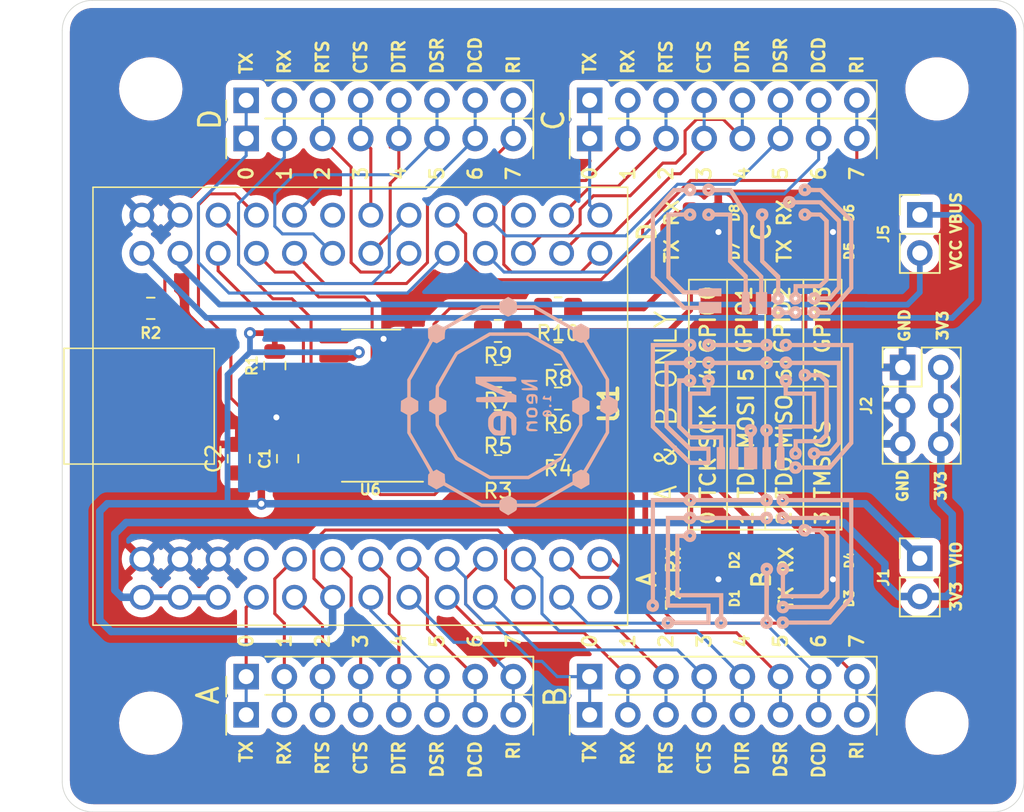
<source format=kicad_pcb>
(kicad_pcb (version 20201220) (generator pcbnew)
  (title_block (title "NEON - FT4232H Mini Module Adapter") (date "2020-08-30") (rev "1.0") (company "Author: Alicja"))
  (layers (0 "F.Cu" signal) (31 "B.Cu" signal) (34 "B.Paste" user) (35 "F.Paste" user) (36 "B.SilkS" user "B.Silkscreen") (37 "F.SilkS" user "F.Silkscreen") (38 "B.Mask" user) (39 "F.Mask" user) (44 "Edge.Cuts" user))
  (net 0 "")
  (net 1 "Net-(D1-Pad2)")
  (net 2 "Net-(D2-Pad2)")
  (net 3 "Net-(D3-Pad2)")
  (net 4 "Net-(D4-Pad2)")
  (net 5 "Net-(D5-Pad2)")
  (net 6 "Net-(D6-Pad2)")
  (net 7 "Net-(D7-Pad2)")
  (net 8 "Net-(D8-Pad2)")
  (net 9 "/VIO")
  (net 10 "V3V3")
  (net 11 "GND")
  (net 12 "/VBUS")
  (net 13 "/VCC")
  (net 14 "/PWREN")
  (net 15 "Net-(R3-Pad2)")
  (net 16 "Net-(R4-Pad2)")
  (net 17 "Net-(R5-Pad2)")
  (net 18 "Net-(R6-Pad2)")
  (net 19 "Net-(R7-Pad2)")
  (net 20 "Net-(R8-Pad2)")
  (net 21 "Net-(R9-Pad2)")
  (net 22 "Net-(R10-Pad2)")
  (net 23 "/CD0")
  (net 24 "/CD1")
  (net 25 "/CD2")
  (net 26 "/CD3")
  (net 27 "/CD4")
  (net 28 "/CD5")
  (net 29 "/CD6")
  (net 30 "/CD7")
  (net 31 "/DD0")
  (net 32 "/DD1")
  (net 33 "/DD2")
  (net 34 "/DD3")
  (net 35 "/DD4")
  (net 36 "/DD5")
  (net 37 "/DD6")
  (net 38 "/DD7")
  (net 39 "/AD0")
  (net 40 "/AD1")
  (net 41 "/AD2")
  (net 42 "/AD3")
  (net 43 "/AD4")
  (net 44 "/AD5")
  (net 45 "/AD6")
  (net 46 "/AD7")
  (net 47 "/BD0")
  (net 48 "/BD1")
  (net 49 "/BD2")
  (net 50 "/BD3")
  (net 51 "/BD4")
  (net 52 "/BD5")
  (net 53 "/BD6")
  (net 54 "/BD7")
  (net 55 "no_connect_62")
  (net 56 "no_connect_63")
  (net 57 "/CLK")
  (net 58 "Net-(D9-Pad2)")
  (net 59 "/DATA")
  (net 60 "/CS")
  (net 61 "no_connect_61")
  (net 62 "no_connect_60")
  (net 63 "no_connect_59")
  (footprint "Connector_PinHeader_2.54mm:PinHeader_1x02_P2.54mm_Vertical" (layer "F.Cu") (at 170.561 115.062)
    (fp_text reference "J1")
    (fp_text value "V3V3-VIO")
  )
  (footprint "neon_footprints:FT4232H-MINI-MODULE-2" (layer "F.Cu") (at 132.3594 105.2516)
    (fp_text reference "U1")
    (fp_text value "FT4232H_module" hide)
  )
  (footprint "neon_footprints:PinHeader_1x08_P2.54mm_Vertical" (layer "F.Cu") (at 148.59 84.582 90)
    (fp_text reference "U2" hide)
    (fp_text value "C")
  )
  (footprint "neon_footprints:PinHeader_1x08_P2.54mm_Vertical" (layer "F.Cu") (at 125.73 84.582 90)
    (fp_text reference "U5" hide)
    (fp_text value "D")
  )
  (footprint "neon_footprints:PinHeader_1x08_P2.54mm_Vertical" (layer "F.Cu") (at 125.73 125.476 90)
    (fp_text reference "U4" hide)
    (fp_text value "A")
  )
  (footprint "neon_footprints:PinHeader_1x08_P2.54mm_Vertical" (layer "F.Cu") (at 148.59 125.476 90)
    (fp_text reference "U3" hide)
    (fp_text value "B")
  )
  (footprint "neon_footprints:LED_0805_2012Metric" (layer "F.Cu") (at 156.21 117.729 180)
    (fp_text reference "D1")
    (fp_text value "LED")
  )
  (footprint "neon_footprints:LED_0805_2012Metric" (layer "F.Cu") (at 156.21 115.189 180)
    (fp_text reference "D2")
    (fp_text value "LED")
  )
  (footprint "neon_footprints:LED_0805_2012Metric" (layer "F.Cu") (at 163.83 115.189 180)
    (fp_text reference "D4")
    (fp_text value "LED")
  )
  (footprint "neon_footprints:LED_0805_2012Metric" (layer "F.Cu") (at 163.783 94.615 180)
    (fp_text reference "D5")
    (fp_text value "LED")
  )
  (footprint "neon_footprints:LED_0805_2012Metric" (layer "F.Cu") (at 163.83 92.075 180)
    (fp_text reference "D6")
    (fp_text value "LED")
  )
  (footprint "neon_footprints:LED_0805_2012Metric" (layer "F.Cu") (at 156.21 94.615 180)
    (fp_text reference "D7")
    (fp_text value "LED")
  )
  (footprint "neon_footprints:LED_0805_2012Metric" (layer "F.Cu") (at 156.21 92.075 180)
    (fp_text reference "D8")
    (fp_text value "LED")
  )
  (footprint "Resistor_SMD:R_0805_2012Metric" (layer "F.Cu") (at 127.635 102.235 90)
    (fp_text reference "R1")
    (fp_text value "10k")
  )
  (footprint "Package_SO:SOIC-16_3.9x9.9mm_P1.27mm" (layer "F.Cu") (at 134.05 104.902 180)
    (fp_text reference "U6")
    (fp_text value "74HC595")
  )
  (footprint "Connector_PinHeader_2.54mm:PinHeader_1x02_P2.54mm_Vertical" (layer "F.Cu") (at 170.561 92.202)
    (fp_text reference "J5")
    (fp_text value "VBUS-VCC")
  )
  (footprint "neon_footprints:LED_0805_2012Metric" (layer "F.Cu") (at 163.83 117.729 180)
    (fp_text reference "D3")
    (fp_text value "LED")
  )
  (footprint "MountingHole:MountingHole_3.2mm_M3" (layer "F.Cu") (at 119.38 83.82)
    (fp_text reference "H1" hide)
    (fp_text value "MountingHole")
  )
  (footprint "MountingHole:MountingHole_3.2mm_M3" (layer "F.Cu") (at 171.704 83.82)
    (fp_text reference "H2" hide)
    (fp_text value "MountingHole")
  )
  (footprint "MountingHole:MountingHole_3.2mm_M3" (layer "F.Cu") (at 119.38 126.0348)
    (fp_text reference "H3" hide)
    (fp_text value "MountingHole")
  )
  (footprint "MountingHole:MountingHole_3.2mm_M3" (layer "F.Cu") (at 171.704 126.0348)
    (fp_text reference "H4" hide)
    (fp_text value "MountingHole")
  )
  (footprint "neon_footprints:PinHeader_1x08_P2.54mm_Vertical" (layer "F.Cu") (at 148.59 87.122 90)
    (fp_text reference "S1" hide)
    (fp_text value "sniffer" hide)
  )
  (footprint "neon_footprints:PinHeader_1x08_P2.54mm_Vertical" (layer "F.Cu") (at 125.73 87.122 90)
    (fp_text reference "S2" hide)
    (fp_text value "sniffer" hide)
  )
  (footprint "neon_footprints:PinHeader_1x08_P2.54mm_Vertical" (layer "F.Cu") (at 125.73 122.936 90)
    (fp_text reference "S3" hide)
    (fp_text value "sniffer" hide)
  )
  (footprint "neon_footprints:PinHeader_1x08_P2.54mm_Vertical" (layer "F.Cu") (at 148.59 122.936 90)
    (fp_text reference "S4" hide)
    (fp_text value "sniffer" hide)
  )
  (footprint "Connector_PinHeader_2.54mm:PinHeader_2x03_P2.54mm_Vertical" (layer "F.Cu") (at 169.418 102.362)
    (fp_text reference "J2")
    (fp_text value "3xV3V3-GND")
  )
  (footprint "Capacitor_SMD:C_0805_2012Metric" (layer "F.Cu") (at 128.49 108.43 90)
    (fp_text reference "C1")
    (fp_text value "100nF")
  )
  (footprint "neon_footprints:LED_0805_2012Metric" (layer "F.Cu") (at 119.38 88.392 180)
    (fp_text reference "D9" hide)
    (fp_text value "LED")
  )
  (footprint "Resistor_SMD:R_0805_2012Metric" (layer "F.Cu") (at 119.38 98.425 180)
    (fp_text reference "R2")
    (fp_text value "300R")
  )
  (footprint "Resistor_SMD:R_0805_2012Metric_Pad1.20x1.40mm_HandSolder" (layer "F.Cu") (at 142.49 102.93 180)
    (fp_text reference "R7")
    (fp_text value "300R")
  )
  (footprint "Resistor_SMD:R_0805_2012Metric_Pad1.20x1.40mm_HandSolder" (layer "F.Cu") (at 142.49 108.93 180)
    (fp_text reference "R3")
    (fp_text value "300R")
  )
  (footprint "Resistor_SMD:R_0805_2012Metric_Pad1.20x1.40mm_HandSolder" (layer "F.Cu") (at 142.49 105.93 180)
    (fp_text reference "R5")
    (fp_text value "300R")
  )
  (footprint "Resistor_SMD:R_0805_2012Metric_Pad1.20x1.40mm_HandSolder" (layer "F.Cu") (at 146.49 107.43 180)
    (fp_text reference "R4")
    (fp_text value "300R")
  )
  (footprint "Resistor_SMD:R_0805_2012Metric_Pad1.20x1.40mm_HandSolder" (layer "F.Cu") (at 146.49 104.43 180)
    (fp_text reference "R6")
    (fp_text value "300R")
  )
  (footprint "Resistor_SMD:R_0805_2012Metric_Pad1.20x1.40mm_HandSolder" (layer "F.Cu") (at 142.49 99.93 180)
    (fp_text reference "R9")
    (fp_text value "300R")
  )
  (footprint "Resistor_SMD:R_0805_2012Metric_Pad1.20x1.40mm_HandSolder" (layer "F.Cu") (at 146.49 98.43 180)
    (fp_text reference "R10")
    (fp_text value "300R")
  )
  (footprint "Resistor_SMD:R_0805_2012Metric_Pad1.20x1.40mm_HandSolder" (layer "F.Cu") (at 146.49 101.43 180)
    (fp_text reference "R8")
    (fp_text value "300R")
  )
  (footprint "Capacitor_SMD:C_0805_2012Metric" (layer "F.Cu") (at 125.24 108.43 90)
    (fp_text reference "C2")
    (fp_text value "1uF")
  )
  (footprint "neon_footprints:neon-logo" (layer "B.Cu") (at 143.24 104.93 -90)
    (fp_text reference "G***" hide)
    (fp_text value "LOGO" hide)
  )
  (footprint "neon_footprints:sdg30pcbnew" (layer "B.Cu") (at 159.24 104.93 -90)
    (fp_text reference "G***" hide)
    (fp_text value "LOGO" hide)
  )
  (gr_line (start 165.354 104.7115) (end 165.354 96.52) (layer "F.SilkS") (width 0.12))
  (gr_line (start 160.274 113.157) (end 155.194 113.157) (layer "F.SilkS") (width 0.12))
  (gr_line (start 165.354 96.52) (end 155.194 96.52) (layer "F.SilkS") (width 0.12))
  (gr_line (start 165.354 101.981) (end 155.321 101.981) (layer "F.SilkS") (width 0.12))
  (gr_line (start 155.194 104.7115) (end 155.194 113.157) (layer "F.SilkS") (width 0.12))
  (gr_line (start 155.194 104.7115) (end 155.194 96.52) (layer "F.SilkS") (width 0.12))
  (gr_line (start 160.274 113.157) (end 160.274 104.7115) (layer "F.SilkS") (width 0.12))
  (gr_line (start 157.734 104.7115) (end 157.734 113.157) (layer "F.SilkS") (width 0.12))
  (gr_line (start 160.274 104.7115) (end 160.274 96.52) (layer "F.SilkS") (width 0.12))
  (gr_line (start 165.354 111.3155) (end 165.354 110.6805) (layer "F.SilkS") (width 0.12))
  (gr_line (start 162.814 96.52) (end 162.814 104.7115) (layer "F.SilkS") (width 0.12))
  (gr_line (start 165.354 111.633) (end 155.194 111.633) (layer "F.SilkS") (width 0.12))
  (gr_line (start 165.354 113.157) (end 162.814 113.157) (layer "F.SilkS") (width 0.12))
  (gr_line (start 162.814 104.7115) (end 162.814 113.157) (layer "F.SilkS") (width 0.12))
  (gr_line (start 162.814 113.157) (end 160.274 113.157) (layer "F.SilkS") (width 0.12))
  (gr_line (start 157.734 96.52) (end 157.734 104.7115) (layer "F.SilkS") (width 0.12))
  (gr_line (start 155.194 103.632) (end 165.354 103.632) (layer "F.SilkS") (width 0.12))
  (gr_line (start 165.354 104.7115) (end 165.354 113.157) (layer "F.SilkS") (width 0.12))
  (gr_line (start 113.49 79.93) (end 113.49 129.93) (layer "Edge.Cuts") (width 0.05))
  (gr_line (start 115.49 131.93) (end 175.49 131.93) (layer "Edge.Cuts") (width 0.05))
  (gr_line (start 175.49 77.93) (end 115.49 77.93) (layer "Edge.Cuts") (width 0.05))
  (gr_arc (start 175.49 79.93) (end 175.49 77.93) (angle 90) (layer "Edge.Cuts") (width 0.05))
  (gr_arc (start 115.49 79.93) (end 113.49 79.93) (angle 90) (layer "Edge.Cuts") (width 0.05))
  (gr_arc (start 115.49 129.93) (end 115.49 131.93) (angle 90) (layer "Edge.Cuts") (width 0.05))
  (gr_line (start 177.49 129.93) (end 177.49 79.93) (layer "Edge.Cuts") (width 0.05))
  (gr_arc (start 175.49 129.93) (end 177.49 129.93) (angle 90) (layer "Edge.Cuts") (width 0.05))
  (gr_text "VIO" (at 172.974 114.808 90) (layer "F.SilkS") (effects (font (size 0.7 0.7) (thickness 0.175))))
  (gr_text "VBUS" (at 172.974 92.075 90) (layer "F.SilkS") (effects (font (size 0.7 0.7) (thickness 0.175))))
  (gr_text "3V3" (at 172.974 117.602 90) (layer "F.SilkS") (effects (font (size 0.7 0.7) (thickness 0.175))))
  (gr_text "GND" (at 169.418 110.236 90) (layer "F.SilkS") (effects (font (size 0.7 0.7) (thickness 0.175))))
  (gr_text "3V3" (at 171.958 110.236 90) (layer "F.SilkS") (effects (font (size 0.7 0.7) (thickness 0.175))))
  (gr_text "DTR" (at 135.89 82.931 90) (layer "F.SilkS") (effects (font (size 0.8128 0.8128) (thickness 0.175)) (justify left)))
  (gr_text "CTS\n" (at 133.35 82.931 90) (layer "F.SilkS") (effects (font (size 0.8128 0.8128) (thickness 0.175)) (justify left)))
  (gr_text "DSR" (at 138.43 82.931 90) (layer "F.SilkS") (effects (font (size 0.8128 0.8128) (thickness 0.175)) (justify left)))
  (gr_text "RTS" (at 130.81 82.931 90) (layer "F.SilkS") (effects (font (size 0.8128 0.8128) (thickness 0.175)) (justify left)))
  (gr_text "TX" (at 125.73 82.931 90) (layer "F.SilkS") (effects (font (size 0.8128 0.8128) (thickness 0.175)) (justify left)))
  (gr_text "DCD" (at 140.97 82.931 90) (layer "F.SilkS") (effects (font (size 0.8128 0.8128) (thickness 0.175)) (justify left)))
  (gr_text "5" (at 138.43 88.9 90) (layer "F.SilkS") (effects (font (size 0.9144 0.9144) (thickness 0.175)) (justify right)))
  (gr_text "1" (at 128.27 88.9 90) (layer "F.SilkS") (effects (font (size 0.9144 0.9144) (thickness 0.175)) (justify right)))
  (gr_text "7" (at 143.51 88.9 90) (layer "F.SilkS") (effects (font (size 0.9144 0.9144) (thickness 0.175)) (justify right)))
  (gr_text "6" (at 140.97 88.9 90) (layer "F.SilkS") (effects (font (size 0.9144 0.9144) (thickness 0.175)) (justify right)))
  (gr_text "RX" (at 128.27 82.931 90) (layer "F.SilkS") (effects (font (size 0.8128 0.8128) (thickness 0.175)) (justify left)))
  (gr_text "0" (at 125.73 88.9 90) (layer "F.SilkS") (effects (font (size 0.9144 0.9144) (thickness 0.175)) (justify right)))
  (gr_text "2" (at 130.81 88.9 90) (layer "F.SilkS") (effects (font (size 0.9144 0.9144) (thickness 0.175)) (justify right)))
  (gr_text "3" (at 133.35 88.9 90) (layer "F.SilkS") (effects (font (size 0.9144 0.9144) (thickness 0.175)) (justify right)))
  (gr_text "4" (at 135.89 88.9 90) (layer "F.SilkS") (effects (font (size 0.9144 0.9144) (thickness 0.175)) (justify right)))
  (gr_text "RI" (at 143.51 82.931 90) (layer "F.SilkS") (effects (font (size 0.8128 0.8128) (thickness 0.175)) (justify left)))
  (gr_text "3" (at 164.084 111.8235 90) (layer "F.SilkS") (effects (font (size 0.9144 0.9144) (thickness 0.175)) (justify right)))
  (gr_text "MOSI" (at 159.004 107.8865 90) (layer "F.SilkS") (effects (font (size 1 1) (thickness 0.175)) (justify left)))
  (gr_text "SCK" (at 156.464 107.8865 90) (layer "F.SilkS") (effects (font (size 1 1) (thickness 0.175)) (justify left)))
  (gr_text "GPIO0" (at 156.464 101.5365 90) (layer "F.SilkS") (effects (font (size 1 1) (thickness 0.175)) (justify left)))
  (gr_text "4" (at 156.464 102.2985 90) (layer "F.SilkS") (effects (font (size 0.9144 0.9144) (thickness 0.175)) (justify right)))
  (gr_text "CS" (at 164.084 107.8865 90) (layer "F.SilkS") (effects (font (size 1 1) (thickness 0.175)) (justify left)))
  (gr_text "MISO" (at 161.544 107.8865 90) (layer "F.SilkS") (effects (font (size 1 1) (thickness 0.175)) (justify left)))
  (gr_text "GPIO3\n" (at 164.084 101.5365 90) (layer "F.SilkS") (effects (font (size 1 1) (thickness 0.175)) (justify left)))
  (gr_text "TDI" (at 159.004 111.1885 90) (layer "F.SilkS") (effects (font (size 1 1) (thickness 0.175)) (justify left)))
  (gr_text "GPIO2" (at 161.417 101.5365 90) (layer "F.SilkS") (effects (font (size 1 1) (thickness 0.175)) (justify left)))
  (gr_text "GPIO1" (at 158.877 101.5365 90) (layer "F.SilkS") (effects (font (size 1 1) (thickness 0.175)) (justify left)))
  (gr_text "TDO" (at 161.544 111.1885 90) (layer "F.SilkS") (effects (font (size 1 1) (thickness 0.175)) (justify left)))
  (gr_text "TMS" (at 164.084 111.1885 90) (layer "F.SilkS") (effects (font (size 1 1) (thickness 0.175)) (justify left)))
  (gr_text "7" (at 164.084 102.2985 90) (layer "F.SilkS") (effects (font (size 0.9144 0.9144) (thickness 0.175)) (justify right)))
  (gr_text "6" (at 161.544 102.2985 90) (layer "F.SilkS") (effects (font (size 0.9144 0.9144) (thickness 0.175)) (justify right)))
  (gr_text "0" (at 156.464 111.8235 90) (layer "F.SilkS") (effects (font (size 0.9144 0.9144) (thickness 0.175)) (justify right)))
  (gr_text "2" (at 161.544 111.8235 90) (layer "F.SilkS") (effects (font (size 0.9144 0.9144) (thickness 0.175)) (justify right)))
  (gr_text "TCK" (at 156.464 111.1885 90) (layer "F.SilkS") (effects (font (size 1 1) (thickness 0.175)) (justify left)))
  (gr_text "5" (at 159.004 102.2985 90) (layer "F.SilkS") (effects (font (size 0.9144 0.9144) (thickness 0.175)) (justify right)))
  (gr_text "1" (at 159.004 111.8235 90) (layer "F.SilkS") (effects (font (size 0.9144 0.9144) (thickness 0.175)) (justify right)))
  (gr_text "TX" (at 161.544 94.615 90) (layer "F.SilkS") (effects (font (size 0.9 0.9) (thickness 0.175))))
  (gr_text "TX" (at 154.051 94.615 90) (layer "F.SilkS") (effects (font (size 0.9 0.9) (thickness 0.175))))
  (gr_text "RX" (at 154.051 92.075 90) (layer "F.SilkS") (effects (font (size 0.9 0.9) (thickness 0.175))))
  (gr_text "RX" (at 161.544 92.075 90) (layer "F.SilkS") (effects (font (size 0.9 0.9) (thickness 0.175))))
  (gr_text "TX" (at 154.178 117.729 90) (layer "F.SilkS") (effects (font (size 0.9 0.9) (thickness 0.175))))
  (gr_text "RX" (at 161.671 115.189 90) (layer "F.SilkS") (effects (font (size 0.9 0.9) (thickness 0.175))))
  (gr_text "RX" (at 154.178 115.189 90) (layer "F.SilkS") (effects (font (size 0.9 0.9) (thickness 0.175))))
  (gr_text "TX" (at 161.671 117.729 90) (layer "F.SilkS") (effects (font (size 0.9 0.9) (thickness 0.175))))
  (gr_text "RI" (at 166.37 82.931 90) (layer "F.SilkS") (effects (font (size 0.8128 0.8128) (thickness 0.175)) (justify left)))
  (gr_text "RX" (at 151.13 82.931 90) (layer "F.SilkS") (effects (font (size 0.8128 0.8128) (thickness 0.175)) (justify left)))
  (gr_text "DCD" (at 163.83 82.931 90) (layer "F.SilkS") (effects (font (size 0.8128 0.8128) (thickness 0.175)) (justify left)))
  (gr_text "CTS\n" (at 156.21 82.931 90) (layer "F.SilkS") (effects (font (size 0.8128 0.8128) (thickness 0.175)) (justify left)))
  (gr_text "TX" (at 148.59 82.931 90) (layer "F.SilkS") (effects (font (size 0.8128 0.8128) (thickness 0.175)) (justify left)))
  (gr_text "RTS" (at 153.67 82.931 90) (layer "F.SilkS") (effects (font (size 0.8128 0.8128) (thickness 0.175)) (justify left)))
  (gr_text "DSR" (at 161.29 82.931 90) (layer "F.SilkS") (effects (font (size 0.8128 0.8128) (thickness 0.175)) (justify left)))
  (gr_text "DTR" (at 158.75 82.931 90) (layer "F.SilkS") (effects (font (size 0.8128 0.8128) (thickness 0.175)) (justify left)))
  (gr_text "4" (at 158.75 88.9 90) (layer "F.SilkS") (effects (font (size 0.9144 0.9144) (thickness 0.175)) (justify right)))
  (gr_text "3" (at 156.21 88.9 90) (layer "F.SilkS") (effects (font (size 0.9144 0.9144) (thickness 0.175)) (justify right)))
  (gr_text "0" (at 148.59 88.9 90) (layer "F.SilkS") (effects (font (size 0.9144 0.9144) (thickness 0.175)) (justify right)))
  (gr_text "2" (at 153.67 88.9 90) (layer "F.SilkS") (effects (font (size 0.9144 0.9144) (thickness 0.175)) (justify right)))
  (gr_text "5" (at 161.29 88.9 90) (layer "F.SilkS") (effects (font (size 0.9144 0.9144) (thickness 0.175)) (justify right)))
  (gr_text "6" (at 163.83 88.9 90) (layer "F.SilkS") (effects (font (size 0.9144 0.9144) (thickness 0.175)) (justify right)))
  (gr_text "7" (at 166.37 88.9 90) (layer "F.SilkS") (effects (font (size 0.9144 0.9144) (thickness 0.175)) (justify right)))
  (gr_text "1" (at 151.13 88.9 90) (layer "F.SilkS") (effects (font (size 0.9144 0.9144) (thickness 0.175)) (justify right)))
  (gr_text "3V3" (at 172.085 99.568 90) (layer "F.SilkS") (effects (font (size 0.7 0.7) (thickness 0.175))))
  (gr_text "GND" (at 169.545 99.568 90) (layer "F.SilkS") (effects (font (size 0.7 0.7) (thickness 0.175))))
  (gr_text "RI" (at 143.51 127.127 90) (layer "F.SilkS") (effects (font (size 0.8128 0.8128) (thickness 0.175)) (justify right)))
  (gr_text "RX" (at 128.27 127.127 90) (layer "F.SilkS") (effects (font (size 0.8128 0.8128) (thickness 0.175)) (justify right)))
  (gr_text "DCD" (at 140.97 127.127 90) (layer "F.SilkS") (effects (font (size 0.8128 0.8128) (thickness 0.175)) (justify right)))
  (gr_text "CTS\n" (at 133.35 127.127 90) (layer "F.SilkS") (effects (font (size 0.8128 0.8128) (thickness 0.175)) (justify right)))
  (gr_text "TX" (at 125.73 127.127 90) (layer "F.SilkS") (effects (font (size 0.8128 0.8128) (thickness 0.175)) (justify right)))
  (gr_text "RTS" (at 130.81 127.127 90) (layer "F.SilkS") (effects (font (size 0.8128 0.8128) (thickness 0.175)) (justify right)))
  (gr_text "DSR" (at 138.43 127.127 90) (layer "F.SilkS") (effects (font (size 0.8128 0.8128) (thickness 0.175)) (justify right)))
  (gr_text "DTR" (at 135.89 127.127 90) (layer "F.SilkS") (effects (font (size 0.8128 0.8128) (thickness 0.175)) (justify right)))
  (gr_text "TX" (at 148.59 127.127 90) (layer "F.SilkS") (effects (font (size 0.8128 0.8128) (thickness 0.175)) (justify right)))
  (gr_text "DTR" (at 158.75 127.127 90) (layer "F.SilkS") (effects (font (size 0.8128 0.8128) (thickness 0.175)) (justify right)))
  (gr_text "DSR" (at 161.29 127.127 90) (layer "F.SilkS") (effects (font (size 0.8128 0.8128) (thickness 0.175)) (justify right)))
  (gr_text "RI" (at 166.37 127.127 90) (layer "F.SilkS") (effects (font (size 0.8128 0.8128) (thickness 0.175)) (justify right)))
  (gr_text "RX" (at 151.13 127.127 90) (layer "F.SilkS") (effects (font (size 0.8128 0.8128) (thickness 0.175)) (justify right)))
  (gr_text "RTS" (at 153.67 127.127 90) (layer "F.SilkS") (effects (font (size 0.8128 0.8128) (thickness 0.175)) (justify right)))
  (gr_text "CTS\n" (at 156.21 127.127 90) (layer "F.SilkS") (effects (font (size 0.8128 0.8128) (thickness 0.175)) (justify right)))
  (gr_text "DCD" (at 163.83 127.127 90) (layer "F.SilkS") (effects (font (size 0.8128 0.8128) (thickness 0.175)) (justify right)))
  (gr_text "4" (at 135.89 120.015 90) (layer "F.SilkS") (effects (font (size 0.9144 0.9144) (thickness 0.175)) (justify right)))
  (gr_text "3" (at 133.35 120.015 90) (layer "F.SilkS") (effects (font (size 0.9144 0.9144) (thickness 0.175)) (justify right)))
  (gr_text "0" (at 125.73 120.015 90) (layer "F.SilkS") (effects (font (size 0.9144 0.9144) (thickness 0.175)) (justify right)))
  (gr_text "2" (at 130.81 120.015 90) (layer "F.SilkS") (effects (font (size 0.9144 0.9144) (thickness 0.175)) (justify right)))
  (gr_text "5" (at 138.43 120.015 90) (layer "F.SilkS") (effects (font (size 0.9144 0.9144) (thickness 0.175)) (justify right)))
  (gr_text "6" (at 140.97 120.015 90) (layer "F.SilkS") (effects (font (size 0.9144 0.9144) (thickness 0.175)) (justify right)))
  (gr_text "7" (at 143.51 120.015 90) (layer "F.SilkS") (effects (font (size 0.9144 0.9144) (thickness 0.175)) (justify right)))
  (gr_text "1" (at 128.27 120.015 90) (layer "F.SilkS") (effects (font (size 0.9144 0.9144) (thickness 0.175)) (justify right)))
  (gr_text "7" (at 166.37 120.015 90) (layer "F.SilkS") (effects (font (size 0.9144 0.9144) (thickness 0.175)) (justify right)))
  (gr_text "6" (at 163.83 120.015 90) (layer "F.SilkS") (effects (font (size 0.9144 0.9144) (thickness 0.175)) (justify right)))
  (gr_text "5" (at 161.29 120.015 90) (layer "F.SilkS") (effects (font (size 0.9144 0.9144) (thickness 0.175)) (justify right)))
  (gr_text "2" (at 153.67 120.015 90) (layer "F.SilkS") (effects (font (size 0.9144 0.9144) (thickness 0.175)) (justify right)))
  (gr_text "0" (at 148.59 120.015 90) (layer "F.SilkS") (effects (font (size 0.9144 0.9144) (thickness 0.175)) (justify right)))
  (gr_text "3" (at 156.21 120.015 90) (layer "F.SilkS") (effects (font (size 0.9144 0.9144) (thickness 0.175)) (justify right)))
  (gr_text "4" (at 158.75 120.015 90) (layer "F.SilkS") (effects (font (size 0.9144 0.9144) (thickness 0.175)) (justify right)))
  (gr_text "1" (at 151.13 120.015 90) (layer "F.SilkS") (effects (font (size 0.9144 0.9144) (thickness 0.175)) (justify right)))
  (gr_text "B" (at 160.02 116.459 90) (layer "F.SilkS") (effects (font (size 1.2 1.2) (thickness 0.2))))
  (gr_text "C" (at 160.02 93.345 90) (layer "F.SilkS") (effects (font (size 1.2 1.2) (thickness 0.2))))
  (gr_text "A" (at 152.4 116.459 90) (layer "F.SilkS") (effects (font (size 1.2 1.2) (thickness 0.2))))
  (gr_text "D" (at 152.4 93.345 90) (layer "F.SilkS") (effects (font (size 1.2 1.2) (thickness 0.2))))
  (gr_text "A & B ONLY\n" (at 153.67 104.9655 90) (layer "F.SilkS") (effects (font (size 1.4 1.4))))
  (gr_text "VCC" (at 172.974 94.869 90) (layer "F.SilkS") (effects (font (size 0.7 0.7) (thickness 0.175))))
  (segment (start 155.2725 117.729) (end 154.089 117.729) (width 0.381) (layer "F.Cu") (net 1))
  (segment (start 154.089 117.729) (end 152.29 115.93) (width 0.381) (layer "F.Cu") (net 1))
  (segment (start 152.29 110.53) (end 150.69 108.93) (width 0.381) (layer "F.Cu") (net 1))
  (segment (start 150.69 108.93) (end 143.49 108.93) (width 0.381) (layer "F.Cu") (net 1))
  (segment (start 152.29 115.93) (end 152.29 110.53) (width 0.381) (layer "F.Cu") (net 1))
  (segment (start 155.29 115.1715) (end 155.2725 115.189) (width 0.381) (layer "F.Cu") (net 2))
  (segment (start 155.29 111.13) (end 155.29 115.1715) (width 0.381) (layer "F.Cu") (net 2))
  (segment (start 151.59 107.43) (end 155.29 111.13) (width 0.381) (layer "F.Cu") (net 2))
  (segment (start 147.49 107.43) (end 151.59 107.43) (width 0.381) (layer "F.Cu") (net 2))
  (segment (start 159.29 116.53) (end 160.489 117.729) (width 0.381) (layer "F.Cu") (net 3))
  (segment (start 143.49 105.93) (end 152.69 105.93) (width 0.381) (layer "F.Cu") (net 3))
  (segment (start 159.29 112.53) (end 159.29 116.53) (width 0.381) (layer "F.Cu") (net 3))
  (segment (start 152.69 105.93) (end 159.29 112.53) (width 0.381) (layer "F.Cu") (net 3))
  (segment (start 160.489 117.729) (end 162.8925 117.729) (width 0.381) (layer "F.Cu") (net 3))
  (segment (start 162.8925 113.5325) (end 162.8925 115.189) (width 0.381) (layer "F.Cu") (net 4))
  (segment (start 147.49 104.43) (end 153.79 104.43) (width 0.381) (layer "F.Cu") (net 4))
  (segment (start 153.79 104.43) (end 162.8925 113.5325) (width 0.381) (layer "F.Cu") (net 4))
  (segment (start 162.89 94.6595) (end 162.8455 94.615) (width 0.381) (layer "F.Cu") (net 5))
  (segment (start 162.89 101.73) (end 162.89 94.6595) (width 0.381) (layer "F.Cu") (net 5))
  (segment (start 161.69 102.93) (end 162.89 101.73) (width 0.381) (layer "F.Cu") (net 5))
  (segment (start 143.49 102.93) (end 161.69 102.93) (width 0.381) (layer "F.Cu") (net 5))
  (segment (start 160.49 92.73) (end 160.49 100.33) (width 0.381) (layer "F.Cu") (net 6))
  (segment (start 159.39 101.43) (end 147.49 101.43) (width 0.381) (layer "F.Cu") (net 6))
  (segment (start 160.49 100.33) (end 159.39 101.43) (width 0.381) (layer "F.Cu") (net 6))
  (segment (start 162.8925 92.075) (end 161.145 92.075) (width 0.381) (layer "F.Cu") (net 6))
  (segment (start 161.145 92.075) (end 160.49 92.73) (width 0.381) (layer "F.Cu") (net 6))
  (segment (start 155.2725 94.615) (end 155.2725 98.5475) (width 0.381) (layer "F.Cu") (net 7))
  (segment (start 153.89 99.93) (end 143.49 99.93) (width 0.381) (layer "F.Cu") (net 7))
  (segment (start 155.2725 98.5475) (end 153.89 99.93) (width 0.381) (layer "F.Cu") (net 7))
  (segment (start 148.19 98.43) (end 147.49 98.43) (width 0.381) (layer "F.Cu") (net 8))
  (segment (start 154.389724 92.075) (end 155.2725 92.075) (width 0.381) (layer "F.Cu") (net 8))
  (segment (start 153.49 92.974724) (end 154.389724 92.075) (width 0.381) (layer "F.Cu") (net 8))
  (segment (start 153.49 97.13) (end 153.49 92.974724) (width 0.381) (layer "F.Cu") (net 8))
  (segment (start 152.19 98.43) (end 153.49 97.13) (width 0.381) (layer "F.Cu") (net 8))
  (segment (start 147.49 98.43) (end 152.19 98.43) (width 0.381) (layer "F.Cu") (net 8))
  (segment (start 130.24 116.4092) (end 130.24 113.93) (width 0.2032) (layer "F.Cu") (net 9))
  (segment (start 142.99 116.4592) (end 144.1844 117.6536) (width 0.2032) (layer "F.Cu") (net 9))
  (segment (start 130.24 113.93) (end 130.99 113.18) (width 0.2032) (layer "F.Cu") (net 9))
  (segment (start 126.74 111.43) (end 126.74 109.43) (width 0.5) (layer "F.Cu") (net 9))
  (segment (start 128.49 109.3675) (end 131.5545 109.3675) (width 0.5) (layer "F.Cu") (net 9))
  (segment (start 126.79 109.38) (end 125.24 109.38) (width 0.5) (layer "F.Cu") (net 9))
  (segment (start 132.842 101.727) (end 133.223 101.346) (width 0.381) (layer "F.Cu") (net 9))
  (segment (start 142.49 113.18) (end 142.99 113.68) (width 0.2032) (layer "F.Cu") (net 9))
  (segment (start 131.5545 109.3675) (end 131.575 109.347) (width 0.5) (layer "F.Cu") (net 9))
  (segment (start 131.4844 117.6536) (end 130.24 116.4092) (width 0.2032) (layer "F.Cu") (net 9))
  (segment (start 142.99 113.68) (end 142.99 116.4592) (width 0.2032) (layer "F.Cu") (net 9))
  (segment (start 127.635 101.2975) (end 127.635 100.584) (width 0.381) (layer "F.Cu") (net 9))
  (segment (start 127.635 100.584) (end 127.127 100.076) (width 0.381) (layer "F.Cu") (net 9))
  (segment (start 127.127 100.076) (end 125.984 100.076) (width 0.381) (layer "F.Cu") (net 9))
  (segment (start 126.8025 109.3675) (end 128.49 109.3675) (width 0.5) (layer "F.Cu") (net 9))
  (segment (start 126.74 109.43) (end 126.8025 109.3675) (width 0.5) (layer "F.Cu") (net 9))
  (segment (start 126.8025 109.3675) (end 126.79 109.38) (width 0.5) (layer "F.Cu") (net 9))
  (segment (start 131.575 101.727) (end 132.842 101.727) (width 0.381) (layer "F.Cu") (net 9))
  (segment (start 130.99 113.18) (end 142.49 113.18) (width 0.2032) (layer "F.Cu") (net 9))
  (via (at 125.984 100.076) (size 0.8) (drill 0.4) (layers "F.Cu" "B.Cu") (net 9))
  (via (at 133.223 101.346) (size 0.8) (drill 0.4) (layers "F.Cu" "B.Cu") (net 9))
  (via (at 126.74 111.43) (size 0.8) (drill 0.4) (layers "F.Cu" "B.Cu") (net 9))
  (segment (start 124.49 102.84) (end 124.49 111.43) (width 0.381) (layer "B.Cu") (net 9))
  (segment (start 166.929 111.43) (end 170.561 115.062) (width 0.5) (layer "B.Cu") (net 9))
  (segment (start 115.99 119.18) (end 115.99 111.93) (width 0.5) (layer "B.Cu") (net 9))
  (segment (start 131.4844 119.6856) (end 131.24 119.93) (width 0.5) (layer "B.Cu") (net 9))
  (segment (start 133.223 101.346) (end 125.984 101.346) (width 0.381) (layer "B.Cu") (net 9))
  (segment (start 131.4844 117.6536) (end 131.4844 119.6856) (width 0.5) (layer "B.Cu") (net 9))
  (segment (start 125.984 101.346) (end 125.984 100.076) (width 0.381) (layer "B.Cu") (net 9))
  (segment (start 124.49 111.43) (end 166.929 111.43) (width 0.5) (layer "B.Cu") (net 9))
  (segment (start 116.74 119.93) (end 115.99 119.18) (width 0.5) (layer "B.Cu") (net 9))
  (segment (start 125.984 101.346) (end 124.49 102.84) (width 0.381) (layer "B.Cu") (net 9))
  (segment (start 131.24 119.93) (end 116.74 119.93) (width 0.5) (layer "B.Cu") (net 9))
  (segment (start 116.49 111.43) (end 124.49 111.43) (width 0.5) (layer "B.Cu") (net 9))
  (segment (start 115.99 111.93) (end 116.49 111.43) (width 0.5) (layer "B.Cu") (net 9))
  (segment (start 172.72 117.2) (end 172.72 112.141) (width 0.5) (layer "B.Cu") (net 10))
  (segment (start 172.318 117.602) (end 172.72 117.2) (width 0.5) (layer "B.Cu") (net 10))
  (segment (start 168.24 115.43) (end 168.24 116.68) (width 0.5) (layer "B.Cu") (net 10))
  (segment (start 171.958 102.362) (end 171.958 104.902) (width 0.381) (layer "B.Cu") (net 10))
  (segment (start 169.162 117.602) (end 170.561 117.602) (width 0.5) (layer "B.Cu") (net 10))
  (segment (start 168.24 116.68) (end 169.162 117.602) (width 0.5) (layer "B.Cu") (net 10))
  (segment (start 172.72 112.141) (end 171.958 111.379) (width 0.5) (layer "B.Cu") (net 10))
  (segment (start 171.958 107.442) (end 171.958 104.902) (width 0.381) (layer "B.Cu") (net 10))
  (segment (start 171.958 102.362) (end 171.958 107.442) (width 0.381) (layer "B.Cu") (net 10))
  (segment (start 165.49 112.68) (end 168.24 115.43) (width 0.5) (layer "B.Cu") (net 10))
  (segment (start 171.958 107.442) (end 171.958 111.379) (width 0.5) (layer "B.Cu") (net 10))
  (segment (start 117.74 112.68) (end 165.49 112.68) (width 0.5) (layer "B.Cu") (net 10))
  (segment (start 116.99 117.18) (end 116.99 113.43) (width 0.5) (layer "B.Cu") (net 10))
  (segment (start 116.99 113.43) (end 117.74 112.68) (width 0.5) (layer "B.Cu") (net 10))
  (segment (start 118.7844 117.6536) (end 123.8644 117.6536) (width 0.381) (layer "B.Cu") (net 10))
  (segment (start 118.7844 117.6536) (end 117.4636 117.6536) (width 0.5) (layer "B.Cu") (net 10))
  (segment (start 117.4636 117.6536) (end 116.99 117.18) (width 0.5) (layer "B.Cu") (net 10))
  (segment (start 170.561 117.602) (end 172.318 117.602) (width 0.5) (layer "B.Cu") (net 10))
  (segment (start 164.7675 92.075) (end 164.7675 94.615) (width 0.381) (layer "F.Cu") (net 11))
  (segment (start 164.7675 115.189) (end 164.7675 117.729) (width 0.381) (layer "F.Cu") (net 11))
  (segment (start 157.1475 115.189) (end 157.1475 117.729) (width 0.381) (layer "F.Cu") (net 11))
  (segment (start 157.1475 92.075) (end 157.1475 94.615) (width 0.381) (layer "F.Cu") (net 11))
  (segment (start 136.525 100.457) (end 134.874 100.457) (width 0.381) (layer "F.Cu") (net 11))
  (via (at 164.7825 93.345) (size 0.8) (drill 0.4) (layers "F.Cu" "B.Cu") (net 11))
  (via (at 164.7825 116.459) (size 0.8) (drill 0.4) (layers "F.Cu" "B.Cu") (net 11))
  (via (at 157.1625 116.459) (size 0.8) (drill 0.4) (layers "F.Cu" "B.Cu") (net 11))
  (via (at 157.1625 93.345) (size 0.8) (drill 0.4) (layers "F.Cu" "B.Cu") (net 11))
  (via (at 127.74 105.68) (size 0.8) (drill 0.4) (layers "F.Cu" "B.Cu") (net 11))
  (via (at 134.874 100.457) (size 0.8) (drill 0.4) (layers "F.Cu" "B.Cu") (net 11))
  (segment (start 120.3175 96.2967) (end 120.3175 98.425) (width 0.2032) (layer "F.Cu") (net 12))
  (segment (start 118.7844 94.7636) (end 120.3175 96.2967) (width 0.2032) (layer "F.Cu") (net 12))
  (segment (start 118.7844 94.7636) (end 123.0808 99.06) (width 0.381) (layer "B.Cu") (net 12))
  (segment (start 172.72 99.06) (end 173.99 97.79) (width 0.381) (layer "B.Cu") (net 12))
  (segment (start 173.99 92.93) (end 173.99 97.79) (width 0.381) (layer "B.Cu") (net 12))
  (segment (start 123.0808 99.06) (end 172.72 99.06) (width 0.381) (layer "B.Cu") (net 12))
  (segment (start 173.262 92.202) (end 173.99 92.93) (width 0.381) (layer "B.Cu") (net 12))
  (segment (start 170.561 92.202) (end 173.262 92.202) (width 0.381) (layer "B.Cu") (net 12))
  (segment (start 166.99 98.18) (end 169.74 98.18) (width 0.381) (layer "B.Cu") (net 13))
  (segment (start 121.3244 95.5434) (end 123.952 98.171) (width 0.381) (layer "B.Cu") (net 13))
  (segment (start 123.952 98.171) (end 166.981 98.171) (width 0.381) (layer "B.Cu") (net 13))
  (segment (start 170.561 97.359) (end 170.561 94.742) (width 0.381) (layer "B.Cu") (net 13))
  (segment (start 169.74 98.18) (end 170.561 97.359) (width 0.381) (layer "B.Cu") (net 13))
  (segment (start 166.981 98.171) (end 166.99 98.18) (width 0.381) (layer "B.Cu") (net 13))
  (segment (start 121.3244 94.7636) (end 121.3244 95.5434) (width 0.2032) (layer "B.Cu") (net 13))
  (segment (start 128.651 105.029) (end 129.07125 104.60875) (width 0.2032) (layer "F.Cu") (net 14))
  (segment (start 124.9858 90.805) (end 123.290872 90.805) (width 0.2032) (layer "F.Cu") (net 14))
  (segment (start 122.555 98.474518) (end 124.714 100.633518) (width 0.2032) (layer "F.Cu") (net 14))
  (segment (start 123.290872 90.805) (end 122.555 91.540872) (width 0.2032) (layer "F.Cu") (net 14))
  (segment (start 124.714 100.633518) (end 124.714 104.394) (width 0.2032) (layer "F.Cu") (net 14))
  (segment (start 126.4044 92.2236) (end 124.9858 90.805) (width 0.2032) (layer "F.Cu") (net 14))
  (segment (start 124.714 104.394) (end 125.349 105.029) (width 0.2032) (layer "F.Cu") (net 14))
  (segment (start 129.9995 105.537) (end 131.575 105.537) (width 0.2032) (layer "F.Cu") (net 14))
  (segment (start 122.555 91.540872) (end 122.555 98.474518) (width 0.2032) (layer "F.Cu") (net 14))
  (segment (start 129.9995 105.537) (end 129.07125 104.60875) (width 0.2032) (layer "F.Cu") (net 14))
  (segment (start 125.349 105.029) (end 128.651 105.029) (width 0.2032) (layer "F.Cu") (net 14))
  (segment (start 129.07125 104.60875) (end 127.635 103.1725) (width 0.2032) (layer "F.Cu") (net 14))
  (segment (start 132.55 108.077) (end 131.575 108.077) (width 0.2032) (layer "F.Cu") (net 15))
  (segment (start 132.94 108.09) (end 131.588 108.09) (width 0.2032) (layer "F.Cu") (net 15))
  (segment (start 141.49 108.93) (end 140.16 108.93) (width 0.2032) (layer "F.Cu") (net 15))
  (segment (start 140.16 108.93) (end 138.27 110.82) (width 0.2032) (layer "F.Cu") (net 15))
  (segment (start 133.7 108.85) (end 132.94 108.09) (width 0.2032) (layer "F.Cu") (net 15))
  (segment (start 134.66 110.82) (end 133.7 109.86) (width 0.2032) (layer "F.Cu") (net 15))
  (segment (start 133.7 109.86) (end 133.7 108.85) (width 0.2032) (layer "F.Cu") (net 15))
  (segment (start 138.27 110.82) (end 134.66 110.82) (width 0.2032) (layer "F.Cu") (net 15))
  (segment (start 131.588 108.09) (end 131.575 108.077) (width 0.2032) (layer "F.Cu") (net 15))
  (segment (start 139.78 107.43) (end 137.863 109.347) (width 0.2032) (layer "F.Cu") (net 16))
  (segment (start 145.49 107.43) (end 139.78 107.43) (width 0.2032) (layer "F.Cu") (net 16))
  (segment (start 137.863 109.347) (end 136.525 109.347) (width 0.2032) (layer "F.Cu") (net 16))
  (segment (start 141.49 105.93) (end 139.74 105.93) (width 0.2032) (layer "F.Cu") (net 17))
  (segment (start 137.593 108.077) (end 136.525 108.077) (width 0.2032) (layer "F.Cu") (net 17))
  (segment (start 139.74 105.93) (end 137.593 108.077) (width 0.2032) (layer "F.Cu") (net 17))
  (segment (start 145.49 104.43) (end 140.02 104.43) (width 0.2032) (layer "F.Cu") (net 18))
  (segment (start 137.643 106.807) (end 136.525 106.807) (width 0.2032) (layer "F.Cu") (net 18))
  (segment (start 140.02 104.43) (end 137.643 106.807) (width 0.2032) (layer "F.Cu") (net 18))
  (segment (start 137.893 105.537) (end 136.525 105.537) (width 0.2032) (layer "F.Cu") (net 19))
  (segment (start 140.5 102.93) (end 137.893 105.537) (width 0.2032) (layer "F.Cu") (net 19))
  (segment (start 141.49 102.93) (end 140.5 102.93) (width 0.2032) (layer "F.Cu") (net 19))
  (segment (start 139.52 102.78) (end 138.03 104.27) (width 0.2032) (layer "F.Cu") (net 20))
  (segment (start 138.03 104.27) (end 136.528 104.27) (width 0.2032) (layer "F.Cu") (net 20))
  (segment (start 145.49 101.43) (end 139.99 101.43) (width 0.2032) (layer "F.Cu") (net 20))
  (segment (start 139.52 101.9) (end 139.52 102.78) (width 0.2032) (layer "F.Cu") (net 20))
  (segment (start 136.528 104.27) (end 136.525 104.267) (width 0.2032) (layer "F.Cu") (net 20))
  (segment (start 139.99 101.43) (end 139.52 101.9) (width 0.2032) (layer "F.Cu") (net 20))
  (segment (start 138.885 100.985) (end 139.94 99.93) (width 0.2032) (layer "F.Cu") (net 21))
  (segment (start 138.02 102.99) (end 138.885 102.125) (width 0.2032) (layer "F.Cu") (net 21))
  (segment (start 139.94 99.93) (end 141.49 99.93) (width 0.2032) (layer "F.Cu") (net 21))
  (segment (start 138.885 102.125) (end 138.885 100.985) (width 0.2032) (layer "F.Cu") (net 21))
  (segment (start 136.532 102.99) (end 138.02 102.99) (width 0.2032) (layer "F.Cu") (net 21))
  (segment (start 136.525 102.997) (end 136.532 102.99) (width 0.2032) (layer "F.Cu") (net 21))
  (segment (start 145.49 98.43) (end 139.28 98.43) (width 0.2032) (layer "F.Cu") (net 22))
  (segment (start 138.23 99.48) (end 138.23 101.31) (width 0.2032) (layer "F.Cu") (net 22))
  (segment (start 138.23 101.31) (end 137.813 101.727) (width 0.2032) (layer "F.Cu") (net 22))
  (segment (start 139.28 98.43) (end 138.23 99.48) (width 0.2032) (layer "F.Cu") (net 22))
  (segment (start 137.813 101.727) (end 136.525 101.727) (width 0.2032) (layer "F.Cu") (net 22))
  (segment (start 148.59 84.582) (end 148.59 87.122) (width 0.2032) (layer "B.Cu") (net 23))
  (segment (start 148.59 87.122) (end 148.59 91.5492) (width 0.2032) (layer "B.Cu") (net 23))
  (segment (start 148.59 91.5492) (end 149.2644 92.2236) (width 0.2032) (layer "B.Cu") (net 23))
  (segment (start 148.016 96.012) (end 149.2644 94.7636) (width 0.2032) (layer "F.Cu") (net 24))
  (segment (start 144.526 89.916) (end 142.875 91.567) (width 0.2032) (layer "F.Cu") (net 24))
  (segment (start 142.875 91.567) (end 142.875 95.504) (width 0.2032) (layer "F.Cu") (net 24))
  (segment (start 148.336 89.916) (end 144.526 89.916) (width 0.2032) (layer "F.Cu") (net 24))
  (segment (start 142.875 95.504) (end 143.383 96.012) (width 0.2032) (layer "F.Cu") (net 24))
  (segment (start 143.383 96.012) (end 148.016 96.012) (width 0.2032) (layer "F.Cu") (net 24))
  (segment (start 151.13 87.122) (end 148.336 89.916) (width 0.2032) (layer "F.Cu") (net 24))
  (segment (start 151.13 84.582) (end 151.13 87.122) (width 0.2032) (layer "B.Cu") (net 24))
  (segment (start 148.651 90.297) (end 150.495 90.297) (width 0.2032) (layer "F.Cu") (net 25))
  (segment (start 150.495 90.297) (end 153.67 87.122) (width 0.2032) (layer "F.Cu") (net 25))
  (segment (start 146.7244 92.2236) (end 148.651 90.297) (width 0.2032) (layer "F.Cu") (net 25))
  (segment (start 153.67 84.582) (end 153.67 87.122) (width 0.2032) (layer "B.Cu") (net 25))
  (segment (start 147.955 93.599) (end 147.889 93.599) (width 0.2032) (layer "F.Cu") (net 26))
  (segment (start 153.29 90.33) (end 150.148 93.472) (width 0.2032) (layer "F.Cu") (net 26))
  (segment (start 147.889 93.599) (end 146.7244 94.7636) (width 0.2032) (layer "F.Cu") (net 26))
  (segment (start 150.148 93.472) (end 148.082 93.472) (width 0.2032) (layer "F.Cu") (net 26))
  (segment (start 148.082 93.472) (end 147.955 93.599) (width 0.2032) (layer "F.Cu") (net 26))
  (segment (start 154.153 89.467) (end 150.148 93.472) (width 0.2032) (layer "F.Cu") (net 26))
  (segment (start 156.21 87.122) (end 156.21 87.884) (width 0.2032) (layer "F.Cu") (net 26))
  (segment (start 156.21 87.884) (end 154.627 89.467) (width 0.2032) (layer "F.Cu") (net 26))
  (segment (start 154.627 89.467) (end 154.153 89.467) (width 0.2032) (layer "F.Cu") (net 26))
  (segment (start 156.21 84.582) (end 156.21 87.122) (width 0.2032) (layer "B.Cu") (net 26))
  (segment (start 157.48 85.852) (end 158.75 87.122) (width 0.2032) (layer "F.Cu") (net 27))
  (segment (start 147.193 93.599) (end 147.955 92.837) (width 0.2032) (layer "F.Cu") (net 27))
  (segment (start 154.94 86.614) (end 155.702 85.852) (width 0.2032) (layer "F.Cu") (net 27))
  (segment (start 154.319 88.759) (end 153.461 88.759) (width 0.2032) (layer "F.Cu") (net 27))
  (segment (start 153.461 88.759) (end 151.28799 90.93201) (width 0.2032) (layer "F.Cu") (net 27))
  (segment (start 145.349 93.599) (end 147.193 93.599) (width 0.2032) (layer "F.Cu") (net 27))
  (segment (start 144.1844 94.7636) (end 145.349 93.599) (width 0.2032) (layer "F.Cu") (net 27))
  (segment (start 155.702 85.852) (end 157.48 85.852) (width 0.2032) (layer "F.Cu") (net 27))
  (segment (start 147.955 92.837) (end 147.955 91.821) (width 0.2032) (layer "F.Cu") (net 27))
  (segment (start 154.94 88.138) (end 154.94 86.614) (width 0.2032) (layer "F.Cu") (net 27))
  (segment (start 147.955 91.821) (end 148.84399 90.93201) (width 0.2032) (layer "F.Cu") (net 27))
  (segment (start 154.319 88.759) (end 154.94 88.138) (width 0.2032) (layer "F.Cu") (net 27))
  (segment (start 148.84399 90.93201) (end 151.28799 90.93201) (width 0.2032) (layer "F.Cu") (net 27))
  (segment (start 158.75 84.582) (end 158.75 87.122) (width 0.2032) (layer "B.Cu") (net 27))
  (segment (start 161.29 87.122) (end 158.242 90.17) (width 0.2032) (layer "B.Cu") (net 28))
  (segment (start 154.432 90.17) (end 151.003 93.599) (width 0.2032) (layer "B.Cu") (net 28))
  (segment (start 151.003 93.599) (end 143.0198 93.599) (width 0.2032) (layer "B.Cu") (net 28))
  (segment (start 143.0198 93.599) (end 141.6444 92.2236) (width 0.2032) (layer "B.Cu") (net 28))
  (segment (start 158.242 90.17) (end 154.432 90.17) (width 0.2032) (layer "B.Cu") (net 28))
  (segment (start 161.29 84.582) (end 161.29 87.122) (width 0.2032) (layer "B.Cu") (net 28))
  (segment (start 163.83 87.122) (end 163.83 88.519) (width 0.2032) (layer "B.Cu") (net 29))
  (segment (start 163.83 84.582) (end 163.83 87.122) (width 0.2032) (layer "B.Cu") (net 29))
  (segment (start 142.8928 96.012) (end 141.6444 94.7636) (width 0.2032) (layer "B.Cu") (net 29))
  (segment (start 154.94 90.805) (end 149.733 96.012) (width 0.2032) (layer "B.Cu") (net 29))
  (segment (start 163.83 88.519) (end 161.544 90.805) (width 0.2032) (layer "B.Cu") (net 29))
  (segment (start 161.544 90.805) (end 154.94 90.805) (width 0.2032) (layer "B.Cu") (net 29))
  (segment (start 149.733 96.012) (end 142.8928 96.012) (width 0.2032) (layer "B.Cu") (net 29))
  (segment (start 166.37 87.122) (end 166.37 89.535) (width 0.2032) (layer "F.Cu") (net 30))
  (segment (start 152.116 93.756) (end 149.352 96.52) (width 0.2032) (layer "F.Cu") (net 30))
  (segment (start 140.335 95.25) (end 140.335 93.4542) (width 0.2032) (layer "F.Cu") (net 30))
  (segment (start 149.352 96.52) (end 141.605 96.52) (width 0.2032) (layer "F.Cu") (net 30))
  (segment (start 152.116 93.104) (end 152.116 93.756) (width 0.2032) (layer "F.Cu") (net 30))
  (segment (start 165.989 89.916) (end 155.304 89.916) (width 0.2032) (layer "F.Cu") (net 30))
  (segment (start 141.605 96.52) (end 140.335 95.25) (width 0.2032) (layer "F.Cu") (net 30))
  (segment (start 166.37 89.535) (end 165.989 89.916) (width 0.2032) (layer "F.Cu") (net 30))
  (segment (start 140.335 93.4542) (end 139.1044 92.2236) (width 0.2032) (layer "F.Cu") (net 30))
  (segment (start 155.304 89.916) (end 152.116 93.104) (width 0.2032) (layer "F.Cu") (net 30))
  (segment (start 166.37 84.582) (end 166.37 87.122) (width 0.2032) (layer "B.Cu") (net 30))
  (segment (start 122.555 95.377) (end 124.587 97.409) (width 0.2032) (layer "B.Cu") (net 31))
  (segment (start 122.555 91.44) (end 122.555 95.377) (width 0.2032) (layer "B.Cu") (net 31))
  (segment (start 136.459 97.409) (end 139.1044 94.7636) (width 0.2032) (layer "B.Cu") (net 31))
  (segment (start 125.73 88.265) (end 122.555 91.44) (width 0.2032) (layer "B.Cu") (net 31))
  (segment (start 124.587 97.409) (end 136.459 97.409) (width 0.2032) (layer "B.Cu") (net 31))
  (segment (start 125.73 87.122) (end 125.73 88.265) (width 0.2032) (layer "B.Cu") (net 31))
  (segment (start 125.73 84.582) (end 125.73 87.122) (width 0.2032) (layer "B.Cu") (net 31))
  (segment (start 134.112 96.774) (end 135.255 95.631) (width 0.2032) (layer "B.Cu") (net 32))
  (segment (start 128.27 84.582) (end 128.27 87.122) (width 0.2032) (layer "B.Cu") (net 32))
  (segment (start 126.492 96.774) (end 134.112 96.774) (width 0.2032) (layer "B.Cu") (net 32))
  (segment (start 128.27 88.392) (end 125.222 91.44) (width 0.2032) (layer "B.Cu") (net 32))
  (segment (start 125.222 95.504) (end 126.492 96.774) (width 0.2032) (layer "B.Cu") (net 32))
  (segment (start 135.255 93.533) (end 136.5644 92.2236) (width 0.2032) (layer "B.Cu") (net 32))
  (segment (start 128.27 87.122) (end 128.27 88.392) (width 0.2032) (layer "B.Cu") (net 32))
  (segment (start 125.222 91.44) (end 125.222 95.504) (width 0.2032) (layer "B.Cu") (net 32))
  (segment (start 135.255 95.631) (end 135.255 93.533) (width 0.2032) (layer "B.Cu") (net 32))
  (segment (start 135.316 96.012) (end 133.35 96.012) (width 0.2032) (layer "F.Cu") (net 33))
  (segment (start 132.715 95.377) (end 132.715 89.027) (width 0.2032) (layer "F.Cu") (net 33))
  (segment (start 132.715 89.027) (end 130.81 87.122) (width 0.2032) (layer "F.Cu") (net 33))
  (segment (start 136.5644 94.7636) (end 135.316 96.012) (width 0.2032) (layer "F.Cu") (net 33))
  (segment (start 133.35 96.012) (end 132.715 95.377) (width 0.2032) (layer "F.Cu") (net 33))
  (segment (start 130.81 87.122) (end 130.81 84.582) (width 0.2032) (layer "B.Cu") (net 33))
  (segment (start 134.0244 92.2236) (end 134.0244 87.7964) (width 0.2032) (layer "F.Cu") (net 34))
  (segment (start 134.0244 87.7964) (end 133.35 87.122) (width 0.2032) (layer "F.Cu") (net 34))
  (segment (start 133.35 84.582) (end 133.35 87.122) (width 0.2032) (layer "B.Cu") (net 34))
  (segment (start 135.316 90.109) (end 135.89 89.535) (width 0.2032) (layer "F.Cu") (net 35))
  (segment (start 134.0244 94.7636) (end 135.316 93.472) (width 0.2032) (layer "F.Cu") (net 35))
  (segment (start 135.316 87.696) (end 135.89 87.122) (width 0.2032) (layer "F.Cu") (net 35))
  (segment (start 135.89 89.535) (end 135.89 87.122) (width 0.2032) (layer "F.Cu") (net 35))
  (segment (start 135.316 93.472) (end 135.316 90.109) (width 0.2032) (layer "F.Cu") (net 35))
  (segment (start 135.89 87.122) (end 135.89 84.582) (width 0.2032) (layer "B.Cu") (net 35))
  (segment (start 136.017 89.535) (end 138.43 87.122) (width 0.2032) (layer "B.Cu") (net 36))
  (segment (start 130.1928 93.472) (end 128.143 93.472) (width 0.2032) (layer "B.Cu") (net 36))
  (segment (start 131.4844 94.7636) (end 130.1928 93.472) (width 0.2032) (layer "B.Cu") (net 36))
  (segment (start 138.43 84.582) (end 138.43 87.122) (width 0.2032) (layer "B.Cu") (net 36))
  (segment (start 127.635 90.805) (end 128.905 89.535) (width 0.2032) (layer "B.Cu") (net 36))
  (segment (start 128.905 89.535) (end 136.017 89.535) (width 0.2032) (layer "B.Cu") (net 36))
  (segment (start 128.143 93.472) (end 127.635 92.964) (width 0.2032) (layer "B.Cu") (net 36))
  (segment (start 127.635 92.964) (end 127.635 90.805) (width 0.2032) (layer "B.Cu") (net 36))
  (segment (start 137.668 90.424) (end 140.97 87.122) (width 0.2032) (layer "B.Cu") (net 37))
  (segment (start 130.744 90.424) (end 137.668 90.424) (width 0.2032) (layer "B.Cu") (net 37))
  (segment (start 128.9444 92.2236) (end 130.744 90.424) (width 0.2032) (layer "B.Cu") (net 37))
  (segment (start 140.97 84.582) (end 140.97 87.122) (width 0.2032) (layer "B.Cu") (net 37))
  (segment (start 128.9444 94.7636) (end 129.769399 95.588599) (width 0.2032) (layer "F.Cu") (net 38))
  (segment (start 137.795 91.313) (end 140.462 88.646) (width 0.2032) (layer "F.Cu") (net 38))
  (segment (start 140.462 88.646) (end 141.986 88.646) (width 0.2032) (layer "F.Cu") (net 38))
  (segment (start 129.769399 95.588599) (end 129.769399 95.606399) (width 0.2032) (layer "F.Cu") (net 38))
  (segment (start 137.795 95.377) (end 137.795 91.313) (width 0.2032) (layer "F.Cu") (net 38))
  (segment (start 136.398 96.774) (end 137.795 95.377) (width 0.2032) (layer "F.Cu") (net 38))
  (segment (start 141.986 88.646) (end 143.51 87.122) (width 0.2032) (layer "F.Cu") (net 38))
  (segment (start 129.769399 95.606399) (end 130.937 96.774) (width 0.2032) (layer "F.Cu") (net 38))
  (segment (start 130.937 96.774) (end 136.398 96.774) (width 0.2032) (layer "F.Cu") (net 38))
  (segment (start 143.51 87.122) (end 143.51 84.582) (width 0.2032) (layer "B.Cu") (net 38))
  (segment (start 125.73 118.328) (end 126.4044 117.6536) (width 0.2032) (layer "F.Cu") (net 39))
  (segment (start 125.73 122.936) (end 125.73 118.328) (width 0.2032) (layer "F.Cu") (net 39))
  (segment (start 125.73 125.476) (end 125.73 122.936) (width 0.2032) (layer "B.Cu") (net 39))
  (segment (start 127.635 116.424) (end 128.9444 115.1146) (width 0.2032) (layer "F.Cu") (net 40))
  (segment (start 128.27 122.936) (end 128.27 119.38) (width 0.2032) (layer "F.Cu") (net 40))
  (segment (start 128.27 119.38) (end 127.635 118.745) (width 0.2032) (layer "F.Cu") (net 40))
  (segment (start 127.635 118.745) (end 127.635 116.424) (width 0.2032) (layer "F.Cu") (net 40))
  (segment (start 128.27 125.476) (end 128.27 122.936) (width 0.2032) (layer "B.Cu") (net 40))
  (segment (start 130.81 119.5192) (end 128.9444 117.6536) (width 0.2032) (layer "F.Cu") (net 41))
  (segment (start 130.81 122.936) (end 130.81 119.5192) (width 0.2032) (layer "F.Cu") (net 41))
  (segment (start 130.81 125.476) (end 130.81 122.936) (width 0.2032) (layer "B.Cu") (net 41))
  (segment (start 132.715 118.745) (end 132.715 116.3452) (width 0.2032) (layer "F.Cu") (net 42))
  (segment (start 132.715 116.3452) (end 131.4844 115.1146) (width 0.2032) (layer "F.Cu") (net 42))
  (segment (start 133.35 122.936) (end 133.35 119.38) (width 0.2032) (layer "F.Cu") (net 42))
  (segment (start 133.35 119.38) (end 132.715 118.745) (width 0.2032) (layer "F.Cu") (net 42))
  (segment (start 133.35 125.476) (end 133.35 122.936) (width 0.2032) (layer "B.Cu") (net 42))
  (segment (start 135.89 119.38) (end 135.255 118.745) (width 0.2032) (layer "F.Cu") (net 43))
  (segment (start 135.89 122.936) (end 135.89 119.38) (width 0.2032) (layer "F.Cu") (net 43))
  (segment (start 135.255 118.745) (end 135.255 116.3452) (width 0.2032) (layer "F.Cu") (net 43))
  (segment (start 135.255 116.3452) (end 134.0244 115.1146) (width 0.2032) (layer "F.Cu") (net 43))
  (segment (start 135.89 125.476) (end 135.89 122.936) (width 0.2032) (layer "B.Cu") (net 43))
  (segment (start 138.43 125.476) (end 138.43 122.936) (width 0.2032) (layer "B.Cu") (net 44))
  (segment (start 134.0244 118.5304) (end 134.0244 117.6536) (width 0.2032) (layer "B.Cu") (net 44))
  (segment (start 138.43 122.936) (end 134.0244 118.5304) (width 0.2032) (layer "B.Cu") (net 44))
  (segment (start 137.795 116.3452) (end 136.5644 115.1146) (width 0.2032) (layer "F.Cu") (net 45))
  (segment (start 137.795 119.761) (end 137.795 116.3452) (width 0.2032) (layer "F.Cu") (net 45))
  (segment (start 140.97 122.936) (end 137.795 119.761) (width 0.2032) (layer "F.Cu") (net 45))
  (segment (start 140.97 125.476) (end 140.97 122.936) (width 0.2032) (layer "B.Cu") (net 45))
  (segment (start 143.51 125.476) (end 143.51 122.936) (width 0.2032) (layer "B.Cu") (net 46))
  (segment (start 141.224 120.65) (end 139.5608 120.65) (width 0.2032) (layer "B.Cu") (net 46))
  (segment (start 143.51 122.936) (end 141.224 120.65) (width 0.2032) (layer "B.Cu") (net 46))
  (segment (start 139.5608 120.65) (end 136.5644 117.6536) (width 0.2032) (layer "B.Cu") (net 46))
  (segment (start 141.605 119.38) (end 140.335 118.11) (width 0.2032) (layer "B.Cu") (net 47))
  (segment (start 142.24 119.38) (end 141.605 119.38) (width 0.2032) (layer "B.Cu") (net 47))
  (segment (start 145.415 121.92) (end 144.78 121.92) (width 0.2032) (layer "B.Cu") (net 47))
  (segment (start 144.78 121.92) (end 142.24 119.38) (width 0.2032) (layer "B.Cu") (net 47))
  (segment (start 146.431 122.936) (end 145.415 121.92) (width 0.2032) (layer "B.Cu") (net 47))
  (segment (start 148.59 125.476) (end 148.59 122.936) (width 0.2032) (layer "B.Cu") (net 47))
  (segment (start 140.335 118.11) (end 140.335 116.3452) (width 0.2032) (layer "B.Cu") (net 47))
  (segment (start 140.335 116.3452) (end 139.1044 115.1146) (width 0.2032) (layer "B.Cu") (net 47))
  (segment (start 148.59 122.936) (end 146.431 122.936) (width 0.2032) (layer "B.Cu") (net 47))
  (segment (start 141.4658 120.015) (end 139.1044 117.6536) (width 0.2032) (layer "F.Cu") (net 48))
  (segment (start 151.13 122.936) (end 148.209 120.015) (width 0.2032) (layer "F.Cu") (net 48))
  (segment (start 148.209 120.015) (end 141.4658 120.015) (width 0.2032) (layer "F.Cu") (net 48))
  (segment (start 151.13 125.476) (end 151.13 122.936) (width 0.2032) (layer "B.Cu") (net 48))
  (segment (start 140.335 116.424) (end 141.6444 115.1146) (width 0.2032) (layer "F.Cu") (net 49))
  (segment (start 150.114 119.38) (end 141.605 119.38) (width 0.2032) (layer "F.Cu") (net 49))
  (segment (start 141.605 119.38) (end 140.335 118.11) (width 0.2032) (layer "F.Cu") (net 49))
  (segment (start 153.67 122.936) (end 150.114 119.38) (width 0.2032) (layer "F.Cu") (net 49))
  (segment (start 140.335 118.11) (end 140.335 116.424) (width 0.2032) (layer "F.Cu") (net 49))
  (segment (start 153.67 125.476) (end 153.67 122.936) (width 0.2032) (layer "B.Cu") (net 49))
  (segment (start 145.1488 121.158) (end 141.6444 117.6536) (width 0.2032) (layer "B.Cu") (net 50))
  (segment (start 156.21 122.936) (end 156.21 125.476) (width 0.2032) (layer "B.Cu") (net 50))
  (segment (start 154.432 121.158) (end 145.1488 121.158) (width 0.2032) (layer "B.Cu") (net 50))
  (segment (start 156.21 122.936) (end 154.432 121.158) (width 0.2032) (layer "B.Cu") (net 50))
  (segment (start 145.415 116.3452) (end 144.1844 115.1146) (width 0.2032) (layer "B.Cu") (net 51))
  (segment (start 158.75 122.936) (end 155.702 119.888) (width 0.2032) (layer "B.Cu") (net 51))
  (segment (start 155.702 119.888) (end 146.558 119.888) (width 0.2032) (layer "B.Cu") (net 51))
  (segment (start 145.415 118.745) (end 145.415 116.3452) (width 0.2032) (layer "B.Cu") (net 51))
  (segment (start 158.75 125.476) (end 158.75 122.936) (width 0.2032) (layer "B.Cu") (net 51))
  (segment (start 146.558 119.888) (end 145.415 118.745) (width 0.2032) (layer "B.Cu") (net 51))
  (segment (start 153.67 120.015) (end 158.369 120.015) (width 0.2032) (layer "F.Cu") (net 52))
  (segment (start 151.16326 117.50826) (end 153.67 120.015) (width 0.2032) (layer "F.Cu") (net 52))
  (segment (start 149.95374 116.332) (end 147.9418 116.332) (width 0.2032) (layer "F.Cu") (net 52))
  (segment (start 147.9418 116.332) (end 146.7244 115.1146) (width 0.2032) (layer "F.Cu") (net 52))
  (segment (start 151.13 117.50826) (end 151.16326 117.50826) (width 0.2032) (layer "F.Cu") (net 52))
  (segment (start 151.13 117.50826) (end 149.95374 116.332) (width 0.2032) (layer "F.Cu") (net 52))
  (segment (start 161.29 122.936) (end 158.369 120.015) (width 0.2032) (layer "F.Cu") (net 52))
  (segment (start 161.29 125.476) (end 161.29 122.936) (width 0.2032) (layer "B.Cu") (net 52))
  (segment (start 163.83 122.936) (end 163.83 125.476) (width 0.2032) (layer "B.Cu") (net 53))
  (segment (start 148.4508 119.38) (end 160.274 119.38) (width 0.2032) (layer "B.Cu") (net 53))
  (segment (start 146.7244 117.6536) (end 148.4508 119.38) (width 0.2032) (layer "B.Cu") (net 53))
  (segment (start 160.274 119.38) (end 163.83 122.936) (width 0.2032) (layer "B.Cu") (net 53))
  (segment (start 162.814 119.38) (end 154.305 119.38) (width 0.2032) (layer "F.Cu") (net 54))
  (segment (start 166.37 122.936) (end 162.814 119.38) (width 0.2032) (layer "F.Cu") (net 54))
  (segment (start 150.0396 115.1146) (end 149.2644 115.1146) (width 0.2032) (layer "F.Cu") (net 54))
  (segment (start 154.305 119.38) (end 150.0396 115.1146) (width 0.2032) (layer "F.Cu") (net 54))
  (segment (start 166.37 125.476) (end 166.37 122.936) (width 0.2032) (layer "B.Cu") (net 54))
  (segment (start 125.222 95.504) (end 127.508 97.79) (width 0.2032) (layer "F.Cu") (net 57))
  (segment (start 127.508 97.79) (end 128.778 97.79) (width 0.2032) (layer "F.Cu") (net 57))
  (segment (start 130.048 99.06) (end 130.048 102.362) (width 0.2032) (layer "F.Cu") (net 57))
  (segment (start 130.683 102.997) (end 131.575 102.997) (width 0.2032) (layer "F.Cu") (net 57))
  (segment (start 130.048 102.362) (end 130.683 102.997) (width 0.2032) (layer "F.Cu") (net 57))
  (segment (start 125.222 93.5812) (end 125.222 95.504) (width 0.2032) (layer "F.Cu") (net 57))
  (segment (start 128.778 97.79) (end 130.048 99.06) (width 0.2032) (layer "F.Cu") (net 57))
  (segment (start 123.8644 92.2236) (end 125.222 93.5812) (width 0.2032) (layer "F.Cu") (net 57))
  (segment (start 117.094 97.0765) (end 117.094 89.7405) (width 0.2032) (layer "F.Cu") (net 58))
  (segment (start 117.094 89.7405) (end 118.4425 88.392) (width 0.2032) (layer "F.Cu") (net 58))
  (segment (start 118.4425 98.425) (end 117.094 97.0765) (width 0.2032) (layer "F.Cu") (net 58))
  (segment (start 133.604 97.663) (end 134.112 98.171) (width 0.2032) (layer "F.Cu") (net 59))
  (segment (start 132.55 106.807) (end 131.575 106.807) (width 0.2032) (layer "F.Cu") (net 59))
  (segment (start 134.112 98.171) (end 134.112 105.245) (width 0.2032) (layer "F.Cu") (net 59))
  (segment (start 134.112 105.245) (end 132.55 106.807) (width 0.2032) (layer "F.Cu") (net 59))
  (segment (start 126.4044 94.7636) (end 127.6528 96.012) (width 0.2032) (layer "F.Cu") (net 59))
  (segment (start 128.905 96.012) (end 130.556 97.663) (width 0.2032) (layer "F.Cu") (net 59))
  (segment (start 127.6528 96.012) (end 128.905 96.012) (width 0.2032) (layer "F.Cu") (net 59))
  (segment (start 130.556 97.663) (end 133.604 97.663) (width 0.2032) (layer "F.Cu") (net 59))
  (segment (start 130.429 104.267) (end 129.54 103.378) (width 0.2032) (layer "F.Cu") (net 60))
  (segment (start 123.8644 95.9244) (end 123.8644 94.7636) (width 0.2032) (layer "F.Cu") (net 60))
  (segment (start 128.524 99.06) (end 127 99.06) (width 0.2032) (layer "F.Cu") (net 60))
  (segment (start 129.54 103.378) (end 129.54 100.076) (width 0.2032) (layer "F.Cu") (net 60))
  (segment (start 129.54 100.076) (end 128.524 99.06) (width 0.2032) (layer "F.Cu") (net 60))
  (segment (start 127 99.06) (end 123.8644 95.9244) (width 0.2032) (layer "F.Cu") (net 60))
  (segment (start 131.575 104.267) (end 130.429 104.267) (width 0.2032) (layer "F.Cu") (net 60))
  (zone (net 11) (net_name "GND") (layer "F.Cu") (connect_pads (clearance 0.508)) (min_thickness 0.254) (fill yes (thermal_gap 0.508) (thermal_bridge_width 0.508))
    (polygon (pts (xy 177.49 131.93) (xy 113.49 131.93) (xy 113.49 77.93) (xy 177.49 77.93)))
  )
  (zone (net 11) (net_name "GND") (layer "B.Cu") (connect_pads (clearance 0.508)) (min_thickness 0.254) (fill yes (thermal_gap 0.508) (thermal_bridge_width 0.508))
    (polygon (pts (xy 177.49 131.93) (xy 113.49 131.93) (xy 113.49 77.93) (xy 177.49 77.93)))
  )
)
</source>
